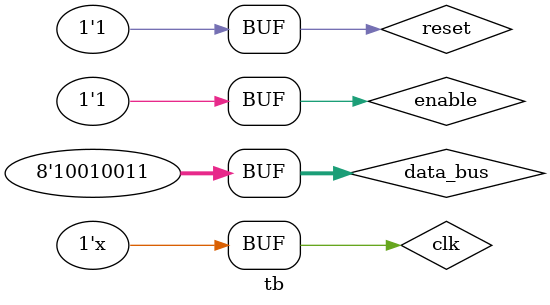
<source format=v>
`timescale 1ns/1ps
module tb(); 

reg clk;
reg reset;
reg [7:0] data_bus;
reg enable; 

wire q;
wire tx_done;

initial begin

clk 		<= 1'b0;
reset 	<= 1'b1;
enable 	<= 1'b0;
data_bus <= 8'b10010011;

end

always begin

#10;
clk<=~clk;

end


initial begin

#50
enable 	<= 1'b1;
//#18000
//enable 	<= 1'b0;
#8800
reset 	<= 1'b0;

#1000
reset 	<= 1'b1;

end

UART_TX UART_TX(
						.clk(clk),
						.reset(reset),
						.data_bus(data_bus),
						.enable(enable),
						.q(q),
						.tx_done(tx_done)
);

endmodule
</source>
